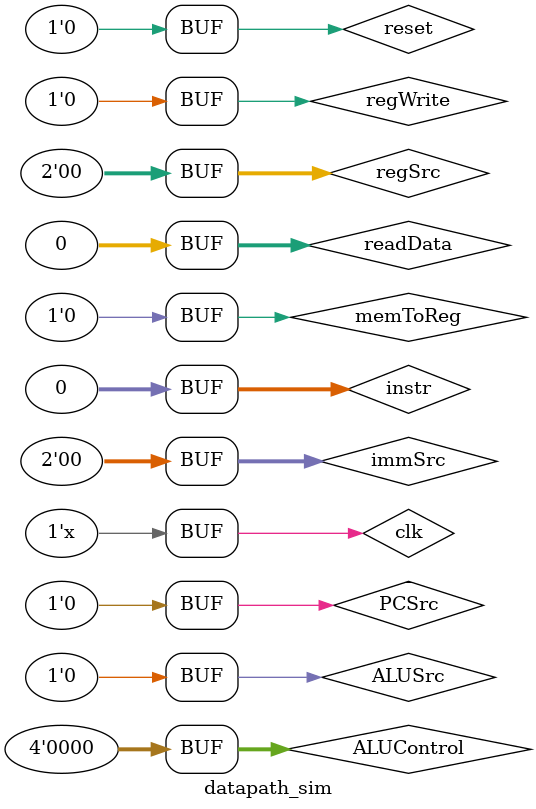
<source format=v>
`timescale 1ns / 1ps


module datapath_sim;

	// Inputs
	reg clk;
	reg reset;
	reg [1:0] regSrc;
	reg regWrite;
	reg [1:0] immSrc;
	reg ALUSrc;
	reg [3:0] ALUControl;
	reg memToReg;
	reg PCSrc;
	reg [31:0] instr;
	reg [31:0] readData;

	// Outputs
	wire [3:0] ALUFlags;
	wire [31:0] PC;
	wire [31:0] ALUResult;
	wire [31:0] writeData;

	// Instantiate the Unit Under Test (UUT)
	datapath uut (
		.clk(clk), 
		.reset(reset), 
		.regSrc(regSrc), 
		.regWrite(regWrite), 
		.immSrc(immSrc), 
		.ALUSrc(ALUSrc), 
		.ALUControl(ALUControl), 
		.memToReg(memToReg), 
		.PCSrc(PCSrc), 
		.instr(instr), 
		.readData(readData), 
		.ALUFlags(ALUFlags), 
		.PC(PC), 
		.ALUResult(ALUResult), 
		.writeData(writeData)
	);

	initial begin
		// Initialize Inputs
		clk = 0;
		reset = 0;
		regSrc = 0;
		regWrite = 0;
		immSrc = 0;
		ALUSrc = 0;
		ALUControl = 0;
		memToReg = 0;
		PCSrc = 0;
		instr = 0;
		readData = 0;

		// Wait 100 ns for global reset to finish
		#100;
        
		// Add stimulus here
		
	end
      always 
		#1  clk =  ! clk; 

endmodule


</source>
